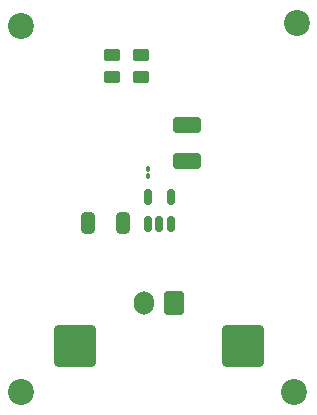
<source format=gbr>
%TF.GenerationSoftware,KiCad,Pcbnew,8.0.5*%
%TF.CreationDate,2024-10-16T14:13:12+03:00*%
%TF.ProjectId,H2Car_BatteryLevelndicator,48324361-725f-4426-9174-746572794c65,rev?*%
%TF.SameCoordinates,Original*%
%TF.FileFunction,Soldermask,Bot*%
%TF.FilePolarity,Negative*%
%FSLAX46Y46*%
G04 Gerber Fmt 4.6, Leading zero omitted, Abs format (unit mm)*
G04 Created by KiCad (PCBNEW 8.0.5) date 2024-10-16 14:13:12*
%MOMM*%
%LPD*%
G01*
G04 APERTURE LIST*
G04 Aperture macros list*
%AMRoundRect*
0 Rectangle with rounded corners*
0 $1 Rounding radius*
0 $2 $3 $4 $5 $6 $7 $8 $9 X,Y pos of 4 corners*
0 Add a 4 corners polygon primitive as box body*
4,1,4,$2,$3,$4,$5,$6,$7,$8,$9,$2,$3,0*
0 Add four circle primitives for the rounded corners*
1,1,$1+$1,$2,$3*
1,1,$1+$1,$4,$5*
1,1,$1+$1,$6,$7*
1,1,$1+$1,$8,$9*
0 Add four rect primitives between the rounded corners*
20,1,$1+$1,$2,$3,$4,$5,0*
20,1,$1+$1,$4,$5,$6,$7,0*
20,1,$1+$1,$6,$7,$8,$9,0*
20,1,$1+$1,$8,$9,$2,$3,0*%
G04 Aperture macros list end*
%ADD10RoundRect,0.250002X-1.499998X-1.499998X1.499998X-1.499998X1.499998X1.499998X-1.499998X1.499998X0*%
%ADD11C,2.200000*%
%ADD12RoundRect,0.250000X0.325000X0.650000X-0.325000X0.650000X-0.325000X-0.650000X0.325000X-0.650000X0*%
%ADD13RoundRect,0.150000X0.150000X-0.512500X0.150000X0.512500X-0.150000X0.512500X-0.150000X-0.512500X0*%
%ADD14RoundRect,0.250000X0.925000X-0.412500X0.925000X0.412500X-0.925000X0.412500X-0.925000X-0.412500X0*%
%ADD15RoundRect,0.250000X0.450000X-0.262500X0.450000X0.262500X-0.450000X0.262500X-0.450000X-0.262500X0*%
%ADD16RoundRect,0.100000X0.100000X-0.130000X0.100000X0.130000X-0.100000X0.130000X-0.100000X-0.130000X0*%
%ADD17RoundRect,0.250000X0.600000X0.750000X-0.600000X0.750000X-0.600000X-0.750000X0.600000X-0.750000X0*%
%ADD18O,1.700000X2.000000*%
%ADD19RoundRect,0.250000X-0.450000X0.262500X-0.450000X-0.262500X0.450000X-0.262500X0.450000X0.262500X0*%
G04 APERTURE END LIST*
D10*
%TO.C,J1*%
X80848200Y-95148400D03*
%TD*%
D11*
%TO.C,H2*%
X99568000Y-67818000D03*
%TD*%
D10*
%TO.C,J3*%
X94996000Y-95148400D03*
%TD*%
D11*
%TO.C,H3*%
X76200000Y-99060000D03*
%TD*%
%TO.C,H4*%
X99314000Y-99060000D03*
%TD*%
%TO.C,H1*%
X76200000Y-68072000D03*
%TD*%
D12*
%TO.C,C1*%
X84839600Y-84759800D03*
X81889600Y-84759800D03*
%TD*%
D13*
%TO.C,U3*%
X88910200Y-84785200D03*
X87960200Y-84785200D03*
X87010200Y-84785200D03*
X87010200Y-82510200D03*
X88910200Y-82510200D03*
%TD*%
D14*
%TO.C,C3*%
X90297000Y-79476600D03*
X90297000Y-76401600D03*
%TD*%
D15*
%TO.C,R1*%
X83910800Y-72339200D03*
X83910800Y-70514200D03*
%TD*%
D16*
%TO.C,C2*%
X87020400Y-80797800D03*
X87020400Y-80157800D03*
%TD*%
D17*
%TO.C,J2*%
X89159400Y-91546000D03*
D18*
X86659400Y-91546000D03*
%TD*%
D19*
%TO.C,R2*%
X86410800Y-70514200D03*
X86410800Y-72339200D03*
%TD*%
M02*

</source>
